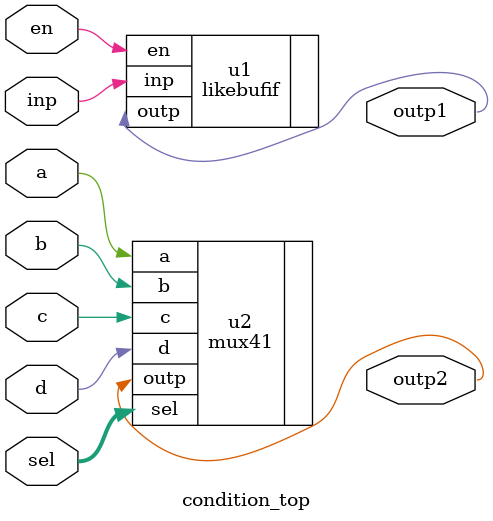
<source format=v>
module condition_top (
    input inp,en,a,b,c,d,
    input[1:0] sel,
    output outp1,outp2
    );
    likebufif u1(
        .inp(inp),
        .en(en),
        .outp(outp1)
    );
    mux41 u2(
        .a(a),
        .b(b),
        .c(c),
        .d(d),
        .sel(sel),
        .outp(outp2)
    );
endmodule

</source>
